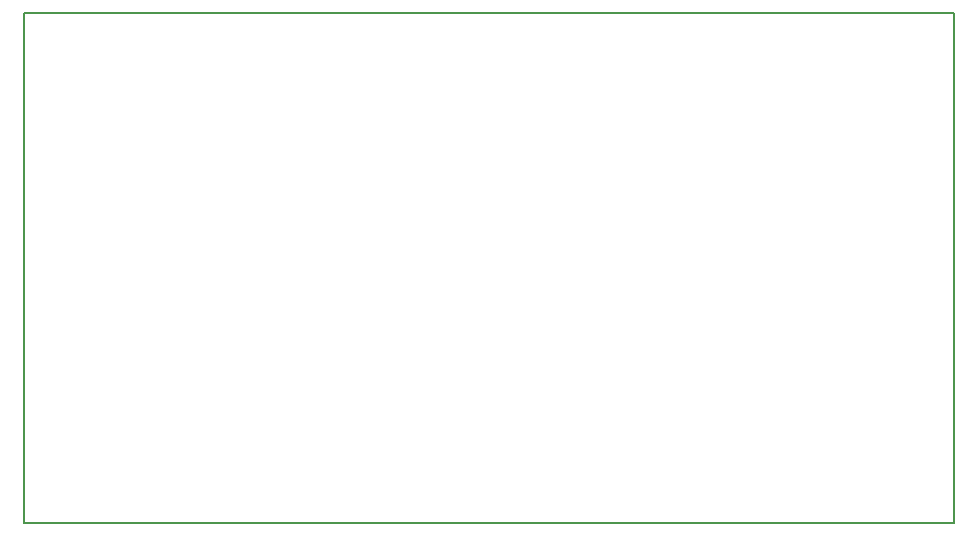
<source format=gbr>
G04 #@! TF.GenerationSoftware,KiCad,Pcbnew,(5.0.2)-1*
G04 #@! TF.CreationDate,2019-02-20T15:43:09+01:00*
G04 #@! TF.ProjectId,MXR Phase 90 Script,4d585220-5068-4617-9365-203930205363,rev?*
G04 #@! TF.SameCoordinates,Original*
G04 #@! TF.FileFunction,Profile,NP*
%FSLAX46Y46*%
G04 Gerber Fmt 4.6, Leading zero omitted, Abs format (unit mm)*
G04 Created by KiCad (PCBNEW (5.0.2)-1) date 2/20/2019 3:43:09 PM*
%MOMM*%
%LPD*%
G01*
G04 APERTURE LIST*
%ADD10C,0.150000*%
G04 APERTURE END LIST*
D10*
X173990000Y-113030000D02*
X240030000Y-113030000D01*
X173990000Y-123190000D02*
X173990000Y-113030000D01*
X173990000Y-156210000D02*
X173990000Y-123190000D01*
X191770000Y-156210000D02*
X173990000Y-156210000D01*
X252730000Y-156210000D02*
X191770000Y-156210000D01*
X252730000Y-146050000D02*
X252730000Y-156210000D01*
X252730000Y-113030000D02*
X252730000Y-146050000D01*
X240030000Y-113030000D02*
X252730000Y-113030000D01*
M02*

</source>
